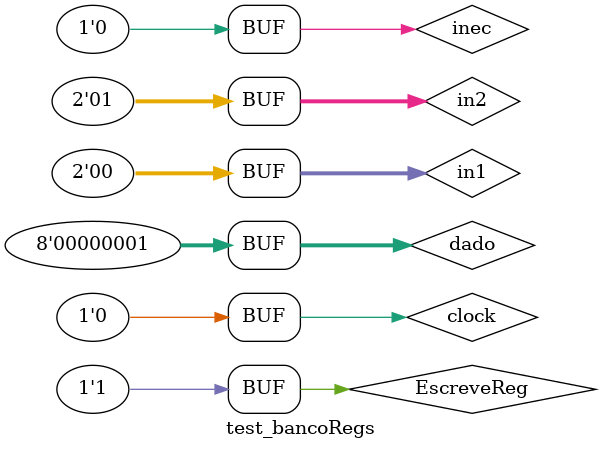
<source format=v>
module test_bancoRegs;
  reg clock;
  reg [1:0] in1;
  reg [1:0] in2;
  reg inec;
  reg [7:0] dado;
  reg EscreveReg;
  wire [7:0] out1;
  wire [7:0] out2;
  initial begin
  clock = 0; in1 = 0; in2=0; inec=0; dado=0; EscreveReg = 0;
   
   #1 clock = 1;
   in1 = 0;
   in2 = 1;
   inec = 1;
   dado = 0; 
   EscreveReg = 1;
   
   #1 clock = 0;
   #1 clock = 1;
   in1 = 0;
   in2 = 1;
   inec = 0;
   dado = 1;
   EscreveReg = 1; 
   
   #1 clock = 0;
      
  end
  initial begin
  $monitor("Time=%0d clock %d entrada1 %d entrada2 %d regs escrito %d dado %d EscreveReg %d, out1 %d, out2 %d",
  $time, clock, in1, in2, inec, dado, EscreveReg, out1, out2);
  end
  bancoRegs gate1(clock, in1, in2, inec, dado, out1, out2, EscreveReg);
endmodule
</source>
